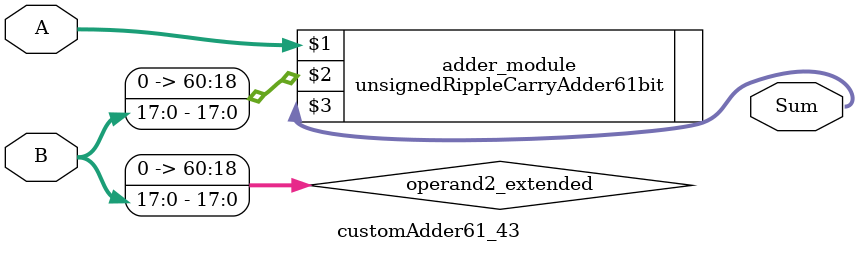
<source format=v>
module customAdder61_43(
                        input [60 : 0] A,
                        input [17 : 0] B,
                        
                        output [61 : 0] Sum
                );

        wire [60 : 0] operand2_extended;
        
        assign operand2_extended =  {43'b0, B};
        
        unsignedRippleCarryAdder61bit adder_module(
            A,
            operand2_extended,
            Sum
        );
        
        endmodule
        
</source>
